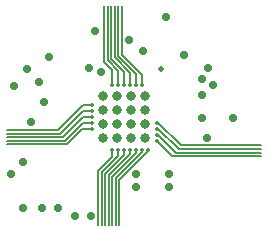
<source format=gbr>
G04 EAGLE Gerber RS-274X export*
G75*
%MOMM*%
%FSLAX34Y34*%
%LPD*%
%INCopper Layer 2*%
%IPPOS*%
%AMOC8*
5,1,8,0,0,1.08239X$1,22.5*%
G01*
%ADD10C,0.808000*%
%ADD11C,0.706400*%
%ADD12C,0.503200*%
%ADD13C,0.353200*%
%ADD14C,0.150000*%


D10*
X98000Y102000D03*
X86000Y102000D03*
X86000Y114000D03*
X98000Y114000D03*
X110000Y114000D03*
X122000Y114000D03*
X122000Y102000D03*
X110000Y102000D03*
X86000Y90000D03*
X98000Y90000D03*
X110000Y90000D03*
X122000Y90000D03*
X122000Y78000D03*
X110000Y78000D03*
X98000Y78000D03*
X86000Y78000D03*
D11*
X174000Y78500D03*
X196000Y95000D03*
X170000Y95000D03*
X170000Y115000D03*
X179000Y123000D03*
X175000Y138000D03*
X155000Y149000D03*
X139000Y181000D03*
X108000Y161000D03*
X142000Y37000D03*
X114000Y37000D03*
X76000Y12000D03*
X62000Y12000D03*
X34000Y19000D03*
X18000Y19000D03*
X18000Y58000D03*
X25000Y91500D03*
X36500Y108500D03*
X11000Y122500D03*
X31500Y125500D03*
X22000Y137000D03*
X79000Y169000D03*
X84000Y134000D03*
D12*
X135000Y137000D03*
D11*
X74000Y138000D03*
X169500Y128000D03*
X120000Y152000D03*
X114000Y48000D03*
X142000Y48000D03*
X48000Y19000D03*
X40000Y147000D03*
X8000Y48000D03*
D13*
X131500Y76000D03*
D14*
X144500Y63000D01*
X220000Y63000D01*
D13*
X131500Y81000D03*
D14*
X133000Y81000D01*
X148000Y66000D01*
X220000Y66000D01*
D13*
X131500Y86000D03*
D14*
X133000Y86000D01*
X131500Y86000D01*
X133000Y86000D02*
X150000Y69000D01*
X220000Y69000D01*
D13*
X131500Y91000D03*
D14*
X133000Y91000D01*
X152000Y72000D01*
X220000Y72000D01*
D13*
X94000Y123500D03*
D14*
X94000Y135787D01*
X87000Y142787D01*
X87000Y190000D01*
D13*
X99000Y123500D03*
D14*
X99000Y135029D01*
X90000Y144029D01*
X90000Y190000D01*
D13*
X104000Y123500D03*
D14*
X104000Y134272D01*
X93000Y145272D01*
X93000Y190000D01*
D13*
X109000Y123500D03*
D14*
X109000Y133515D01*
X96000Y146515D01*
X96000Y190000D01*
D13*
X114000Y123500D03*
D14*
X114000Y132757D01*
X99000Y147757D01*
X99000Y190000D01*
D13*
X119000Y123500D03*
D14*
X119000Y132000D01*
X102000Y149000D01*
X102000Y190000D01*
D13*
X76500Y106000D03*
D14*
X69000Y106000D01*
X48000Y85000D02*
X5000Y85000D01*
X48000Y85000D02*
X69000Y106000D01*
D13*
X76500Y101000D03*
D14*
X69000Y101000D01*
X50000Y82000D02*
X5000Y82000D01*
X50000Y82000D02*
X69000Y101000D01*
D13*
X76500Y96000D03*
D14*
X69000Y96000D01*
X52000Y79000D02*
X5000Y79000D01*
X52000Y79000D02*
X69000Y96000D01*
D13*
X76500Y91000D03*
D14*
X69000Y91000D01*
X54000Y76000D02*
X5000Y76000D01*
X54000Y76000D02*
X69000Y91000D01*
D13*
X76500Y86000D03*
D14*
X68243Y86000D01*
X55243Y73000D02*
X5000Y73000D01*
X55243Y73000D02*
X68243Y86000D01*
D13*
X124000Y68500D03*
D14*
X124000Y67000D01*
X100000Y43000D02*
X100000Y5000D01*
X100000Y43000D02*
X124000Y67000D01*
D13*
X119000Y68500D03*
D14*
X119000Y66243D01*
X97000Y44243D01*
X97000Y5000D01*
D13*
X114000Y68500D03*
D14*
X114000Y65485D01*
X94000Y45485D01*
X94000Y5000D01*
D13*
X109000Y68500D03*
D14*
X109000Y64728D01*
X91000Y46728D02*
X91000Y5000D01*
X91000Y46728D02*
X109000Y64728D01*
D13*
X104000Y68500D03*
D14*
X104000Y63971D01*
X88000Y47971D01*
X88000Y5000D01*
D13*
X99000Y68500D03*
D14*
X99000Y63213D01*
X85000Y49213D01*
X85000Y5000D01*
D13*
X94000Y68500D03*
D14*
X94000Y62456D01*
X82000Y50456D02*
X82000Y5000D01*
X82000Y50456D02*
X94000Y62456D01*
M02*

</source>
